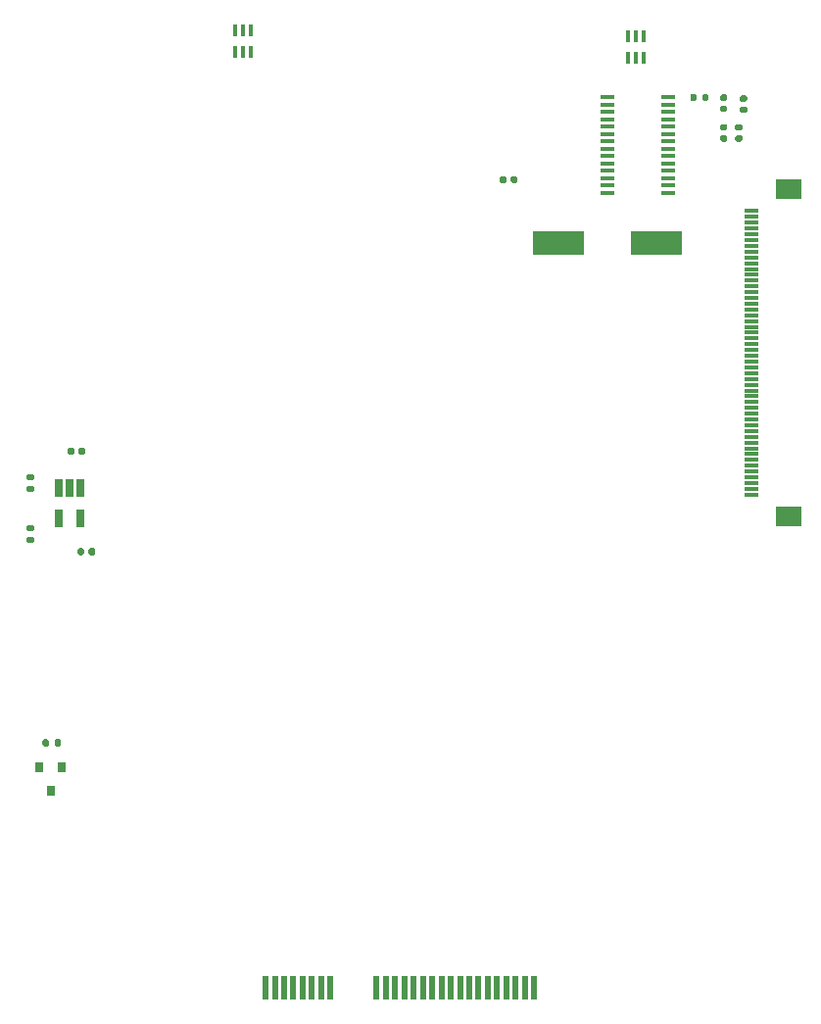
<source format=gtp>
G04 #@! TF.GenerationSoftware,KiCad,Pcbnew,(5.1.10-1-10_14)*
G04 #@! TF.CreationDate,2021-12-01T22:20:01+01:00*
G04 #@! TF.ProjectId,DCEXT,44434558-542e-46b6-9963-61645f706362,rev?*
G04 #@! TF.SameCoordinates,Original*
G04 #@! TF.FileFunction,Paste,Top*
G04 #@! TF.FilePolarity,Positive*
%FSLAX46Y46*%
G04 Gerber Fmt 4.6, Leading zero omitted, Abs format (unit mm)*
G04 Created by KiCad (PCBNEW (5.1.10-1-10_14)) date 2021-12-01 22:20:01*
%MOMM*%
%LPD*%
G01*
G04 APERTURE LIST*
%ADD10R,4.500000X2.000000*%
%ADD11R,1.200000X0.400000*%
%ADD12R,0.800000X0.900000*%
%ADD13R,1.300000X0.300000*%
%ADD14R,2.200000X1.800000*%
%ADD15R,0.650000X1.560000*%
%ADD16R,0.600000X2.000000*%
%ADD17R,0.400000X1.050000*%
G04 APERTURE END LIST*
D10*
X111380000Y-76740000D03*
X119880000Y-76740000D03*
D11*
X115650000Y-72377500D03*
X115650000Y-71742500D03*
X115650000Y-71107500D03*
X115650000Y-70472500D03*
X115650000Y-69837500D03*
X115650000Y-69202500D03*
X115650000Y-68567500D03*
X115650000Y-67932500D03*
X115650000Y-67297500D03*
X115650000Y-66662500D03*
X115650000Y-66027500D03*
X115650000Y-65392500D03*
X115650000Y-64757500D03*
X115650000Y-64122500D03*
X120850000Y-64122500D03*
X120850000Y-64757500D03*
X120850000Y-65392500D03*
X120850000Y-66027500D03*
X120850000Y-66662500D03*
X120850000Y-67297500D03*
X120850000Y-67932500D03*
X120850000Y-68567500D03*
X120850000Y-69202500D03*
X120850000Y-69837500D03*
X120850000Y-70472500D03*
X120850000Y-71107500D03*
X120850000Y-71742500D03*
X120850000Y-72377500D03*
G36*
G01*
X123820000Y-64325000D02*
X123820000Y-63955000D01*
G75*
G02*
X123955000Y-63820000I135000J0D01*
G01*
X124225000Y-63820000D01*
G75*
G02*
X124360000Y-63955000I0J-135000D01*
G01*
X124360000Y-64325000D01*
G75*
G02*
X124225000Y-64460000I-135000J0D01*
G01*
X123955000Y-64460000D01*
G75*
G02*
X123820000Y-64325000I0J135000D01*
G01*
G37*
G36*
G01*
X122800000Y-64325000D02*
X122800000Y-63955000D01*
G75*
G02*
X122935000Y-63820000I135000J0D01*
G01*
X123205000Y-63820000D01*
G75*
G02*
X123340000Y-63955000I0J-135000D01*
G01*
X123340000Y-64325000D01*
G75*
G02*
X123205000Y-64460000I-135000J0D01*
G01*
X122935000Y-64460000D01*
G75*
G02*
X122800000Y-64325000I0J135000D01*
G01*
G37*
G36*
G01*
X65932900Y-101614000D02*
X65562900Y-101614000D01*
G75*
G02*
X65427900Y-101479000I0J135000D01*
G01*
X65427900Y-101209000D01*
G75*
G02*
X65562900Y-101074000I135000J0D01*
G01*
X65932900Y-101074000D01*
G75*
G02*
X66067900Y-101209000I0J-135000D01*
G01*
X66067900Y-101479000D01*
G75*
G02*
X65932900Y-101614000I-135000J0D01*
G01*
G37*
G36*
G01*
X65932900Y-102634000D02*
X65562900Y-102634000D01*
G75*
G02*
X65427900Y-102499000I0J135000D01*
G01*
X65427900Y-102229000D01*
G75*
G02*
X65562900Y-102094000I135000J0D01*
G01*
X65932900Y-102094000D01*
G75*
G02*
X66067900Y-102229000I0J-135000D01*
G01*
X66067900Y-102499000D01*
G75*
G02*
X65932900Y-102634000I-135000J0D01*
G01*
G37*
G36*
G01*
X65562900Y-97687100D02*
X65932900Y-97687100D01*
G75*
G02*
X66067900Y-97822100I0J-135000D01*
G01*
X66067900Y-98092100D01*
G75*
G02*
X65932900Y-98227100I-135000J0D01*
G01*
X65562900Y-98227100D01*
G75*
G02*
X65427900Y-98092100I0J135000D01*
G01*
X65427900Y-97822100D01*
G75*
G02*
X65562900Y-97687100I135000J0D01*
G01*
G37*
G36*
G01*
X65562900Y-96667100D02*
X65932900Y-96667100D01*
G75*
G02*
X66067900Y-96802100I0J-135000D01*
G01*
X66067900Y-97072100D01*
G75*
G02*
X65932900Y-97207100I-135000J0D01*
G01*
X65562900Y-97207100D01*
G75*
G02*
X65427900Y-97072100I0J135000D01*
G01*
X65427900Y-96802100D01*
G75*
G02*
X65562900Y-96667100I135000J0D01*
G01*
G37*
G36*
G01*
X67360000Y-119715000D02*
X67360000Y-120085000D01*
G75*
G02*
X67225000Y-120220000I-135000J0D01*
G01*
X66955000Y-120220000D01*
G75*
G02*
X66820000Y-120085000I0J135000D01*
G01*
X66820000Y-119715000D01*
G75*
G02*
X66955000Y-119580000I135000J0D01*
G01*
X67225000Y-119580000D01*
G75*
G02*
X67360000Y-119715000I0J-135000D01*
G01*
G37*
G36*
G01*
X68380000Y-119715000D02*
X68380000Y-120085000D01*
G75*
G02*
X68245000Y-120220000I-135000J0D01*
G01*
X67975000Y-120220000D01*
G75*
G02*
X67840000Y-120085000I0J135000D01*
G01*
X67840000Y-119715000D01*
G75*
G02*
X67975000Y-119580000I135000J0D01*
G01*
X68245000Y-119580000D01*
G75*
G02*
X68380000Y-119715000I0J-135000D01*
G01*
G37*
G36*
G01*
X127160000Y-66990000D02*
X126820000Y-66990000D01*
G75*
G02*
X126680000Y-66850000I0J140000D01*
G01*
X126680000Y-66570000D01*
G75*
G02*
X126820000Y-66430000I140000J0D01*
G01*
X127160000Y-66430000D01*
G75*
G02*
X127300000Y-66570000I0J-140000D01*
G01*
X127300000Y-66850000D01*
G75*
G02*
X127160000Y-66990000I-140000J0D01*
G01*
G37*
G36*
G01*
X127160000Y-67950000D02*
X126820000Y-67950000D01*
G75*
G02*
X126680000Y-67810000I0J140000D01*
G01*
X126680000Y-67530000D01*
G75*
G02*
X126820000Y-67390000I140000J0D01*
G01*
X127160000Y-67390000D01*
G75*
G02*
X127300000Y-67530000I0J-140000D01*
G01*
X127300000Y-67810000D01*
G75*
G02*
X127160000Y-67950000I-140000J0D01*
G01*
G37*
G36*
G01*
X125840000Y-66990000D02*
X125500000Y-66990000D01*
G75*
G02*
X125360000Y-66850000I0J140000D01*
G01*
X125360000Y-66570000D01*
G75*
G02*
X125500000Y-66430000I140000J0D01*
G01*
X125840000Y-66430000D01*
G75*
G02*
X125980000Y-66570000I0J-140000D01*
G01*
X125980000Y-66850000D01*
G75*
G02*
X125840000Y-66990000I-140000J0D01*
G01*
G37*
G36*
G01*
X125840000Y-67950000D02*
X125500000Y-67950000D01*
G75*
G02*
X125360000Y-67810000I0J140000D01*
G01*
X125360000Y-67530000D01*
G75*
G02*
X125500000Y-67390000I140000J0D01*
G01*
X125840000Y-67390000D01*
G75*
G02*
X125980000Y-67530000I0J-140000D01*
G01*
X125980000Y-67810000D01*
G75*
G02*
X125840000Y-67950000I-140000J0D01*
G01*
G37*
G36*
G01*
X125500000Y-64840000D02*
X125840000Y-64840000D01*
G75*
G02*
X125980000Y-64980000I0J-140000D01*
G01*
X125980000Y-65260000D01*
G75*
G02*
X125840000Y-65400000I-140000J0D01*
G01*
X125500000Y-65400000D01*
G75*
G02*
X125360000Y-65260000I0J140000D01*
G01*
X125360000Y-64980000D01*
G75*
G02*
X125500000Y-64840000I140000J0D01*
G01*
G37*
G36*
G01*
X125500000Y-63880000D02*
X125840000Y-63880000D01*
G75*
G02*
X125980000Y-64020000I0J-140000D01*
G01*
X125980000Y-64300000D01*
G75*
G02*
X125840000Y-64440000I-140000J0D01*
G01*
X125500000Y-64440000D01*
G75*
G02*
X125360000Y-64300000I0J140000D01*
G01*
X125360000Y-64020000D01*
G75*
G02*
X125500000Y-63880000I140000J0D01*
G01*
G37*
G36*
G01*
X127220000Y-64910000D02*
X127560000Y-64910000D01*
G75*
G02*
X127700000Y-65050000I0J-140000D01*
G01*
X127700000Y-65330000D01*
G75*
G02*
X127560000Y-65470000I-140000J0D01*
G01*
X127220000Y-65470000D01*
G75*
G02*
X127080000Y-65330000I0J140000D01*
G01*
X127080000Y-65050000D01*
G75*
G02*
X127220000Y-64910000I140000J0D01*
G01*
G37*
G36*
G01*
X127220000Y-63950000D02*
X127560000Y-63950000D01*
G75*
G02*
X127700000Y-64090000I0J-140000D01*
G01*
X127700000Y-64370000D01*
G75*
G02*
X127560000Y-64510000I-140000J0D01*
G01*
X127220000Y-64510000D01*
G75*
G02*
X127080000Y-64370000I0J140000D01*
G01*
X127080000Y-64090000D01*
G75*
G02*
X127220000Y-63950000I140000J0D01*
G01*
G37*
G36*
G01*
X106890000Y-71070000D02*
X106890000Y-71410000D01*
G75*
G02*
X106750000Y-71550000I-140000J0D01*
G01*
X106470000Y-71550000D01*
G75*
G02*
X106330000Y-71410000I0J140000D01*
G01*
X106330000Y-71070000D01*
G75*
G02*
X106470000Y-70930000I140000J0D01*
G01*
X106750000Y-70930000D01*
G75*
G02*
X106890000Y-71070000I0J-140000D01*
G01*
G37*
G36*
G01*
X107850000Y-71070000D02*
X107850000Y-71410000D01*
G75*
G02*
X107710000Y-71550000I-140000J0D01*
G01*
X107430000Y-71550000D01*
G75*
G02*
X107290000Y-71410000I0J140000D01*
G01*
X107290000Y-71070000D01*
G75*
G02*
X107430000Y-70930000I140000J0D01*
G01*
X107710000Y-70930000D01*
G75*
G02*
X107850000Y-71070000I0J-140000D01*
G01*
G37*
G36*
G01*
X70799300Y-103560700D02*
X70799300Y-103220700D01*
G75*
G02*
X70939300Y-103080700I140000J0D01*
G01*
X71219300Y-103080700D01*
G75*
G02*
X71359300Y-103220700I0J-140000D01*
G01*
X71359300Y-103560700D01*
G75*
G02*
X71219300Y-103700700I-140000J0D01*
G01*
X70939300Y-103700700D01*
G75*
G02*
X70799300Y-103560700I0J140000D01*
G01*
G37*
G36*
G01*
X69839300Y-103560700D02*
X69839300Y-103220700D01*
G75*
G02*
X69979300Y-103080700I140000J0D01*
G01*
X70259300Y-103080700D01*
G75*
G02*
X70399300Y-103220700I0J-140000D01*
G01*
X70399300Y-103560700D01*
G75*
G02*
X70259300Y-103700700I-140000J0D01*
G01*
X69979300Y-103700700D01*
G75*
G02*
X69839300Y-103560700I0J140000D01*
G01*
G37*
G36*
G01*
X69948400Y-94873900D02*
X69948400Y-94533900D01*
G75*
G02*
X70088400Y-94393900I140000J0D01*
G01*
X70368400Y-94393900D01*
G75*
G02*
X70508400Y-94533900I0J-140000D01*
G01*
X70508400Y-94873900D01*
G75*
G02*
X70368400Y-95013900I-140000J0D01*
G01*
X70088400Y-95013900D01*
G75*
G02*
X69948400Y-94873900I0J140000D01*
G01*
G37*
G36*
G01*
X68988400Y-94873900D02*
X68988400Y-94533900D01*
G75*
G02*
X69128400Y-94393900I140000J0D01*
G01*
X69408400Y-94393900D01*
G75*
G02*
X69548400Y-94533900I0J-140000D01*
G01*
X69548400Y-94873900D01*
G75*
G02*
X69408400Y-95013900I-140000J0D01*
G01*
X69128400Y-95013900D01*
G75*
G02*
X68988400Y-94873900I0J140000D01*
G01*
G37*
D12*
X67500000Y-124000000D03*
X66550000Y-122000000D03*
X68450000Y-122000000D03*
D13*
X128058300Y-73957600D03*
X128058300Y-74457600D03*
X128058300Y-74957600D03*
X128058300Y-75457600D03*
X128058300Y-75957600D03*
X128058300Y-76457600D03*
X128058300Y-76957600D03*
X128058300Y-77457600D03*
X128058300Y-77957600D03*
X128058300Y-78457600D03*
X128058300Y-78957600D03*
X128058300Y-79457600D03*
X128058300Y-79957600D03*
X128058300Y-80457600D03*
X128058300Y-80957600D03*
X128058300Y-81457600D03*
X128058300Y-81957600D03*
X128058300Y-82457600D03*
X128058300Y-82957600D03*
X128058300Y-83457600D03*
X128058300Y-83957600D03*
X128058300Y-84457600D03*
X128058300Y-84957600D03*
X128058300Y-85457600D03*
X128058300Y-85957600D03*
X128058300Y-86457600D03*
X128058300Y-86957600D03*
X128058300Y-87457600D03*
X128058300Y-87957600D03*
X128058300Y-88457600D03*
X128058300Y-88957600D03*
X128058300Y-89457600D03*
X128058300Y-89957600D03*
X128058300Y-90457600D03*
X128058300Y-90957600D03*
X128058300Y-91457600D03*
X128058300Y-91957600D03*
X128058300Y-92457600D03*
X128058300Y-92957600D03*
X128058300Y-93457600D03*
X128058300Y-93957600D03*
X128058300Y-94457600D03*
X128058300Y-94957600D03*
X128058300Y-95457600D03*
X128058300Y-95957600D03*
X128058300Y-96457600D03*
X128058300Y-96957600D03*
X128058300Y-97457600D03*
X128058300Y-97957600D03*
X128058300Y-98457600D03*
D14*
X131308300Y-100357600D03*
X131308300Y-72057600D03*
D15*
X70105299Y-100538301D03*
X68205299Y-100538301D03*
X68205299Y-97838301D03*
X69155299Y-97838301D03*
X70105299Y-97838301D03*
D16*
X86090000Y-141083700D03*
X86890000Y-141083700D03*
X87690000Y-141083700D03*
X88490000Y-141083700D03*
X89290000Y-141083700D03*
X90090000Y-141083700D03*
X90890000Y-141083700D03*
X91690000Y-141083700D03*
X95690000Y-141083700D03*
X96490000Y-141083700D03*
X97290000Y-141083700D03*
X98090000Y-141083700D03*
X98890000Y-141083700D03*
X99690000Y-141083700D03*
X100490000Y-141083700D03*
X101290000Y-141083700D03*
X102090000Y-141083700D03*
X102890000Y-141083700D03*
X103690000Y-141083700D03*
X104490000Y-141083700D03*
X105290000Y-141083700D03*
X106090000Y-141083700D03*
X106890000Y-141083700D03*
X107690000Y-141083700D03*
X108490000Y-141083700D03*
X109290000Y-141083700D03*
D17*
X83474800Y-58320500D03*
X84124800Y-58320500D03*
X84774800Y-58320500D03*
X84774800Y-60170500D03*
X84124800Y-60170500D03*
X83474800Y-60170500D03*
X117450000Y-58885000D03*
X118100000Y-58885000D03*
X118750000Y-58885000D03*
X118750000Y-60735000D03*
X118100000Y-60735000D03*
X117450000Y-60735000D03*
M02*

</source>
